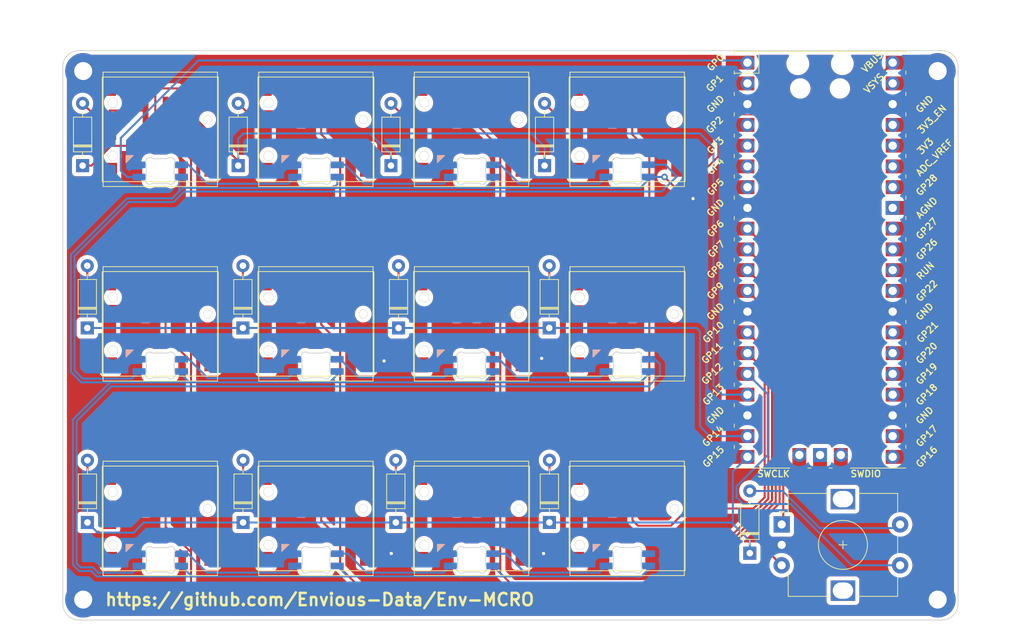
<source format=kicad_pcb>
(kicad_pcb (version 20211014) (generator pcbnew)
  (layers (0 "F.Cu" signal) (31 "B.Cu" signal) (34 "B.Paste" user) (35 "F.Paste" user) (36 "B.SilkS" user "B.Silkscreen") (37 "F.SilkS" user "F.Silkscreen") (38 "B.Mask" user) (39 "F.Mask" user) (44 "Edge.Cuts" user))
  (net 0 "")
  (net 1 "col0")
  (net 2 "col1")
  (net 3 "col2")
  (net 4 "col3")
  (net 5 "row0")
  (net 6 "row1")
  (net 7 "row2")
  (net 8 "Net-(D_0-Pad2)")
  (net 9 "Net-(D_1-Pad2)")
  (net 10 "Net-(D_2-Pad2)")
  (net 11 "Net-(D_3-Pad2)")
  (net 12 "Net-(D_4-Pad2)")
  (net 13 "Net-(D_5-Pad2)")
  (net 14 "Net-(D_6-Pad2)")
  (net 15 "Net-(D_7-Pad2)")
  (net 16 "Net-(D_8-Pad2)")
  (net 17 "Net-(D_9-Pad2)")
  (net 18 "Net-(D_10-Pad2)")
  (net 19 "Net-(D_11-Pad2)")
  (net 36 "GND")
  (net 37 "LEDDINPIN")
  (net 38 "VBUS")
  (net 39 "Net-(D10-Pad2)")
  (net 40 "Net-(D10-Pad4)")
  (net 41 "Net-(D1-Pad2)")
  (net 42 "Net-(D2-Pad2)")
  (net 43 "Net-(D3-Pad2)")
  (net 44 "Net-(D4-Pad2)")
  (net 45 "Net-(D5-Pad2)")
  (net 46 "Net-(D6-Pad2)")
  (net 47 "Net-(D7-Pad2)")
  (net 48 "Net-(D8-Pad2)")
  (net 49 "Net-(D11-Pad2)")
  (net 51 "Net-(D_14-Pad2)")
  (net 52 "col4")
  (net 53 "ROTB")
  (net 54 "ROTA")
  (footprint "Diode_THT:D_DO-35_SOD27_P7.62mm_Horizontal" (layer "F.Cu") (at 104.5 72.75 90)
    (fp_text reference "D_6")
    (fp_text value "D")
  )
  (footprint "Diode_THT:D_DO-35_SOD27_P7.62mm_Horizontal" (layer "F.Cu") (at 65.825 52.875 90)
    (fp_text reference "D_0")
    (fp_text value "D")
  )
  (footprint "mx_ulp:Cherry_MX_ULP" (layer "F.Cu") (at 75.335 48.435 180)
    (fp_text reference "K_0")
    (fp_text value "KEYSW")
    (fp_circle (center 5.8 -3.26) (end 6.4 -3.26) (layer "Edge.Cuts") (width 0.05) (fill none))
    (fp_circle (center 5.8 3.26) (end 6.4 3.26) (layer "Edge.Cuts") (width 0.05) (fill none))
    (fp_circle (center -5.8 1.2) (end -5.275 1.2) (layer "Edge.Cuts") (width 0.05) (fill none))
  )
  (footprint "Diode_THT:D_DO-35_SOD27_P7.62mm_Horizontal" (layer "F.Cu") (at 122.95 72.75 90)
    (fp_text reference "D_7")
    (fp_text value "D")
  )
  (footprint "MountingHole:MountingHole_2.2mm_M2_Pad" (layer "F.Cu") (at 170.5 41.3)
    (fp_text reference "H1")
    (fp_text value "MountingHole")
  )
  (footprint "MountingHole:MountingHole_2.2mm_M2_Pad" (layer "F.Cu") (at 170.5 106)
    (fp_text reference "H4")
    (fp_text value "MountingHole")
  )
  (footprint "MountingHole:MountingHole_2.2mm_M2_Pad" (layer "F.Cu") (at 65.9 41.3)
    (fp_text reference "H3")
    (fp_text value "MountingHole")
  )
  (footprint "MountingHole:MountingHole_2.2mm_M2_Pad" (layer "F.Cu") (at 65.9 106)
    (fp_text reference "H2")
    (fp_text value "MountingHole")
  )
  (footprint "MCU_RaspberryPi_and_Boards:RPi_Pico_SMD_TH" (layer "F.Cu") (at 156.1 64.4)
    (fp_text reference "U1")
    (fp_text value "Pico")
  )
  (footprint "sk6812mini:MX_SK6812MINI-E_REV" (layer "F.Cu") (at 75.335 48.45)
    (fp_text reference "D1" hide)
    (fp_text value "SK6812MINI-E")
    (fp_line (start -0.794452 3.58) (end 0.794452 3.58) (layer "Edge.Cuts") (width 0.1))
    (fp_line (start 1.699999 4.377158) (end 1.699999 5.782842) (layer "Edge.Cuts") (width 0.1))
    (fp_line (start -1.699999 5.782842) (end -1.699999 4.377158) (layer "Edge.Cuts") (width 0.1))
    (fp_line (start 0.794452 6.579999) (end -0.794453 6.579999) (layer "Edge.Cuts") (width 0.1))
    (fp_arc (start -1.749484 4.16028) (mid -1.712527 4.265932) (end -1.699999 4.377158) (layer "Edge.Cuts") (width 0.1))
    (fp_arc (start -1.699999 5.782843) (mid -1.712527 5.894068) (end -1.749484 5.99972) (layer "Edge.Cuts") (width 0.1))
    (fp_arc (start -1.046711 6.648298) (mid -0.925123 6.597376) (end -0.794453 6.579999) (layer "Edge.Cuts") (width 0.1))
    (fp_arc (start 1.749484 5.99972) (mid 1.638072 6.584037) (end 1.046711 6.648299) (layer "Edge.Cuts") (width 0.1))
    (fp_arc (start 1.046711 3.511703) (mid 1.63807 3.575965) (end 1.749484 4.16028) (layer "Edge.Cuts") (width 0.1))
    (fp_arc (start 1.699999 4.377157) (mid 1.712528 4.265932) (end 1.749484 4.16028) (layer "Edge.Cuts") (width 0.1))
    (fp_arc (start 0.794453 6.58) (mid 0.925123 6.597377) (end 1.046711 6.648299) (layer "Edge.Cuts") (width 0.1))
    (fp_arc (start -0.794452 3.58) (mid -0.925123 3.562623) (end -1.046711 3.511701) (layer "Edge.Cuts") (width 0.1))
    (fp_arc (start 1.749484 5.99972) (mid 1.712519 5.894069) (end 1.699999 5.782842) (layer "Edge.Cuts") (width 0.1))
    (fp_arc (start -1.749484 4.160281) (mid -1.638072 3.575965) (end -1.046711 3.511701) (layer "Edge.Cuts") (width 0.1))
    (fp_arc (start -1.046711 6.648298) (mid -1.638071 6.584034) (end -1.749484 5.99972) (layer "Edge.Cuts") (width 0.1))
    (fp_arc (start 1.04671 3.511701) (mid 0.925122 3.562623) (end 0.794452 3.58) (layer "Edge.Cuts") (width 0.1))
  )
  (footprint "sk6812mini:MX_SK6812MINI-E_REV" (layer "F.Cu") (at 94.4 48.45)
    (fp_text reference "D2" hide)
    (fp_text value "SK6812MINI-E")
    (fp_line (start 0.794452 6.579999) (end -0.794453 6.579999) (layer "Edge.Cuts") (width 0.1))
    (fp_line (start 1.699999 4.377158) (end 1.699999 5.782842) (layer "Edge.Cuts") (width 0.1))
    (fp_line (start -0.794452 3.58) (end 0.794452 3.58) (layer "Edge.Cuts") (width 0.1))
    (fp_line (start -1.699999 5.782842) (end -1.699999 4.377158) (layer "Edge.Cuts") (width 0.1))
    (fp_arc (start -1.046711 6.648298) (mid -1.638071 6.584034) (end -1.749484 5.99972) (layer "Edge.Cuts") (width 0.1))
    (fp_arc (start -1.749484 4.160281) (mid -1.638072 3.575965) (end -1.046711 3.511701) (layer "Edge.Cuts") (width 0.1))
    (fp_arc (start -1.749484 4.16028) (mid -1.712527 4.265932) (end -1.699999 4.377158) (layer "Edge.Cuts") (width 0.1))
    (fp_arc (start 0.794453 6.58) (mid 0.925123 6.597377) (end 1.046711 6.648299) (layer "Edge.Cuts") (width 0.1))
    (fp_arc (start -1.699999 5.782843) (mid -1.712527 5.894068) (end -1.749484 5.99972) (layer "Edge.Cuts") (width 0.1))
    (fp_arc (start -1.046711 6.648298) (mid -0.925123 6.597376) (end -0.794453 6.579999) (layer "Edge.Cuts") (width 0.1))
    (fp_arc (start 1.699999 4.377157) (mid 1.712528 4.265932) (end 1.749484 4.16028) (layer "Edge.Cuts") (width 0.1))
    (fp_arc (start 1.046711 3.511703) (mid 1.63807 3.575965) (end 1.749484 4.16028) (layer "Edge.Cuts") (width 0.1))
    (fp_arc (start -0.794452 3.58) (mid -0.925123 3.562623) (end -1.046711 3.511701) (layer "Edge.Cuts") (width 0.1))
    (fp_arc (start 1.749484 5.99972) (mid 1.712519 5.894069) (end 1.699999 5.782842) (layer "Edge.Cuts") (width 0.1))
    (fp_arc (start 1.749484 5.99972) (mid 1.638072 6.584037) (end 1.046711 6.648299) (layer "Edge.Cuts") (width 0.1))
    (fp_arc (start 1.04671 3.511701) (mid 0.925122 3.562623) (end 0.794452 3.58) (layer "Edge.Cuts") (width 0.1))
  )
  (footprint "sk6812mini:MX_SK6812MINI-E_REV" (layer "F.Cu") (at 113.45 48.45)
    (fp_text reference "D3" hide)
    (fp_text value "SK6812MINI-E")
    (fp_line (start -1.699999 5.782842) (end -1.699999 4.377158) (layer "Edge.Cuts") (width 0.1))
    (fp_line (start -0.794452 3.58) (end 0.794452 3.58) (layer "Edge.Cuts") (width 0.1))
    (fp_line (start 0.794452 6.579999) (end -0.794453 6.579999) (layer "Edge.Cuts") (width 0.1))
    (fp_line (start 1.699999 4.377158) (end 1.699999 5.782842) (layer "Edge.Cuts") (width 0.1))
    (fp_arc (start 1.749484 5.99972) (mid 1.638072 6.584037) (end 1.046711 6.648299) (layer "Edge.Cuts") (width 0.1))
    (fp_arc (start 0.794453 6.58) (mid 0.925123 6.597377) (end 1.046711 6.648299) (layer "Edge.Cuts") (width 0.1))
    (fp_arc (start -1.699999 5.782843) (mid -1.712527 5.894068) (end -1.749484 5.99972) (layer "Edge.Cuts") (width 0.1))
    (fp_arc (start 1.046711 3.511703) (mid 1.63807 3.575965) (end 1.749484 4.16028) (layer "Edge.Cuts") (width 0.1))
    (fp_arc (start 1.04671 3.511701) (mid 0.925122 3.562623) (end 0.794452 3.58) (layer "Edge.Cuts") (width 0.1))
    (fp_arc (start -0.794452 3.58) (mid -0.925123 3.562623) (end -1.046711 3.511701) (layer "Edge.Cuts") (width 0.1))
    (fp_arc (start -1.046711 6.648298) (mid -0.925123 6.597376) (end -0.794453 6.579999) (layer "Edge.Cuts") (width 0.1))
    (fp_arc (start 1.749484 5.99972) (mid 1.712519 5.894069) (end 1.699999 5.782842) (layer "Edge.Cuts") (width 0.1))
    (fp_arc (start -1.749484 4.160281) (mid -1.638072 3.575965) (end -1.046711 3.511701) (layer "Edge.Cuts") (width 0.1))
    (fp_arc (start -1.046711 6.648298) (mid -1.638071 6.584034) (end -1.749484 5.99972) (layer "Edge.Cuts") (width 0.1))
    (fp_arc (start -1.749484 4.16028) (mid -1.712527 4.265932) (end -1.699999 4.377158) (layer "Edge.Cuts") (width 0.1))
    (fp_arc (start 1.699999 4.377157) (mid 1.712528 4.265932) (end 1.749484 4.16028) (layer "Edge.Cuts") (width 0.1))
  )
  (footprint "sk6812mini:MX_SK6812MINI-E_REV" (layer "F.Cu") (at 132.485 48.435)
    (fp_text reference "D4" hide)
    (fp_text value "SK6812MINI-E")
    (fp_line (start 1.699999 4.377158) (end 1.699999 5.782842) (layer "Edge.Cuts") (width 0.1))
    (fp_line (start 0.794452 6.579999) (end -0.794453 6.579999) (layer "Edge.Cuts") (width 0.1))
    (fp_line (start -1.699999 5.782842) (end -1.699999 4.377158) (layer "Edge.Cuts") (width 0.1))
    (fp_line (start -0.794452 3.58) (end 0.794452 3.58) (layer "Edge.Cuts") (width 0.1))
    (fp_arc (start -1.046711 6.648298) (mid -0.925123 6.597376) (end -0.794453 6.579999) (layer "Edge.Cuts") (width 0.1))
    (fp_arc (start 0.794453 6.58) (mid 0.925123 6.597377) (end 1.046711 6.648299) (layer "Edge.Cuts") (width 0.1))
    (fp_arc (start -0.794452 3.58) (mid -0.925123 3.562623) (end -1.046711 3.511701) (layer "Edge.Cuts") (width 0.1))
    (fp_arc (start -1.749484 4.16028) (mid -1.712527 4.265932) (end -1.699999 4.377158) (layer "Edge.Cuts") (width 0.1))
    (fp_arc (start -1.749484 4.160281) (mid -1.638072 3.575965) (end -1.046711 3.511701) (layer "Edge.Cuts") (width 0.1))
    (fp_arc (start 1.046711 3.511703) (mid 1.63807 3.575965) (end 1.749484 4.16028) (layer "Edge.Cuts") (width 0.1))
    (fp_arc (start -1.046711 6.648298) (mid -1.638071 6.584034) (end -1.749484 5.99972) (layer "Edge.Cuts") (width 0.1))
    (fp_arc (start 1.699999 4.377157) (mid 1.712528 4.265932) (end 1.749484 4.16028) (layer "Edge.Cuts") (width 0.1))
    (fp_arc (start -1.699999 5.782843) (mid -1.712527 5.894068) (end -1.749484 5.99972) (layer "Edge.Cuts") (width 0.1))
    (fp_arc (start 1.04671 3.511701) (mid 0.925122 3.562623) (end 0.794452 3.58) (layer "Edge.Cuts") (width 0.1))
    (fp_arc (start 1.749484 5.99972) (mid 1.638072 6.584037) (end 1.046711 6.648299) (layer "Edge.Cuts") (width 0.1))
    (fp_arc (start 1.749484 5.99972) (mid 1.712519 5.894069) (end 1.699999 5.782842) (layer "Edge.Cuts") (width 0.1))
  )
  (footprint "sk6812mini:MX_SK6812MINI-E_REV" (layer "F.Cu") (at 75.335 72.2475)
    (fp_text reference "D5" hide)
    (fp_text value "SK6812MINI-E")
    (fp_line (start -1.699999 5.782842) (end -1.699999 4.377158) (layer "Edge.Cuts") (width 0.1))
    (fp_line (start -0.794452 3.58) (end 0.794452 3.58) (layer "Edge.Cuts") (width 0.1))
    (fp_line (start 1.699999 4.377158) (end 1.699999 5.782842) (layer "Edge.Cuts") (width 0.1))
    (fp_line (start 0.794452 6.579999) (end -0.794453 6.579999) (layer "Edge.Cuts") (width 0.1))
    (fp_arc (start -1.749484 4.16028) (mid -1.712527 4.265932) (end -1.699999 4.377158) (layer "Edge.Cuts") (width 0.1))
    (fp_arc (start 1.749484 5.99972) (mid 1.638072 6.584037) (end 1.046711 6.648299) (layer "Edge.Cuts") (width 0.1))
    (fp_arc (start 0.794453 6.58) (mid 0.925123 6.597377) (end 1.046711 6.648299) (layer "Edge.Cuts") (width 0.1))
    (fp_arc (start 1.046711 3.511703) (mid 1.63807 3.575965) (end 1.749484 4.16028) (layer "Edge.Cuts") (width 0.1))
    (fp_arc (start -1.699999 5.782843) (mid -1.712527 5.894068) (end -1.749484 5.99972) (layer "Edge.Cuts") (width 0.1))
    (fp_arc (start 1.699999 4.377157) (mid 1.712528 4.265932) (end 1.749484 4.16028) (layer "Edge.Cuts") (width 0.1))
    (fp_arc (start -1.749484 4.160281) (mid -1.638072 3.575965) (end -1.046711 3.511701) (layer "Edge.Cuts") (width 0.1))
    (fp_arc (start -0.794452 3.58) (mid -0.925123 3.562623) (end -1.046711 3.511701) (layer "Edge.Cuts") (width 0.1))
    (fp_arc (start 1.749484 5.99972) (mid 1.712519 5.894069) (end 1.699999 5.782842) (layer "Edge.Cuts") (width 0.1))
    (fp_arc (start 1.04671 3.511701) (mid 0.925122 3.562623) (end 0.794452 3.58) (layer "Edge.Cuts") (width 0.1))
    (fp_arc (start -1.046711 6.648298) (mid -0.925123 6.597376) (end -0.794453 6.579999) (layer "Edge.Cuts") (width 0.1))
    (fp_arc (start -1.046711 6.648298) (mid -1.638071 6.584034) (end -1.749484 5.99972) (layer "Edge.Cuts") (width 0.1))
  )
  (footprint "sk6812mini:MX_SK6812MINI-E_REV" (layer "F.Cu") (at 94.385 72.2475)
    (fp_text reference "D6" hide)
    (fp_text value "SK6812MINI-E")
    (fp_line (start 1.699999 4.377158) (end 1.699999 5.782842) (layer "Edge.Cuts") (width 0.1))
    (fp_line (start -1.699999 5.782842) (end -1.699999 4.377158) (layer "Edge.Cuts") (width 0.1))
    (fp_line (start 0.794452 6.579999) (end -0.794453 6.579999) (layer "Edge.Cuts") (width 0.1))
    (fp_line (start -0.794452 3.58) (end 0.794452 3.58) (layer "Edge.Cuts") (width 0.1))
    (fp_arc (start -1.699999 5.782843) (mid -1.712527 5.894068) (end -1.749484 5.99972) (layer "Edge.Cuts") (width 0.1))
    (fp_arc (start -1.749484 4.160281) (mid -1.638072 3.575965) (end -1.046711 3.511701) (layer "Edge.Cuts") (width 0.1))
    (fp_arc (start -1.046711 6.648298) (mid -0.925123 6.597376) (end -0.794453 6.579999) (layer "Edge.Cuts") (width 0.1))
    (fp_arc (start 1.04671 3.511701) (mid 0.925122 3.562623) (end 0.794452 3.58) (layer "Edge.Cuts") (width 0.1))
    (fp_arc (start 1.749484 5.99972) (mid 1.638072 6.584037) (end 1.046711 6.648299) (layer "Edge.Cuts") (width 0.1))
    (fp_arc (start -1.749484 4.16028) (mid -1.712527 4.265932) (end -1.699999 4.377158) (layer "Edge.Cuts") (width 0.1))
    (fp_arc (start 0.794453 6.58) (mid 0.925123 6.597377) (end 1.046711 6.648299) (layer "Edge.Cuts") (width 0.1))
    (fp_arc (start -1.046711 6.648298) (mid -1.638071 6.584034) (end -1.749484 5.99972) (layer "Edge.Cuts") (width 0.1))
    (fp_arc (start -0.794452 3.58) (mid -0.925123 3.562623) (end -1.046711 3.511701) (layer "Edge.Cuts") (width 0.1))
    (fp_arc (start 1.699999 4.377157) (mid 1.712528 4.265932) (end 1.749484 4.16028) (layer "Edge.Cuts") (width 0.1))
    (fp_arc (start 1.749484 5.99972) (mid 1.712519 5.894069) (end 1.699999 5.782842) (layer "Edge.Cuts") (width 0.1))
    (fp_arc (start 1.046711 3.511703) (mid 1.63807 3.575965) (end 1.749484 4.16028) (layer "Edge.Cuts") (width 0.1))
  )
  (footprint "sk6812mini:MX_SK6812MINI-E_REV" (layer "F.Cu") (at 113.435 72.2475)
    (fp_text reference "D7" hide)
    (fp_text value "SK6812MINI-E")
    (fp_line (start 1.699999 4.377158) (end 1.699999 5.782842) (layer "Edge.Cuts") (width 0.1))
    (fp_line (start -0.794452 3.58) (end 0.794452 3.58) (layer "Edge.Cuts") (width 0.1))
    (fp_line (start -1.699999 5.782842) (end -1.699999 4.377158) (layer "Edge.Cuts") (width 0.1))
    (fp_line (start 0.794452 6.579999) (end -0.794453 6.579999) (layer "Edge.Cuts") (width 0.1))
    (fp_arc (start -1.046711 6.648298) (mid -0.925123 6.597376) (end -0.794453 6.579999) (layer "Edge.Cuts") (width 0.1))
    (fp_arc (start 0.794453 6.58) (mid 0.925123 6.597377) (end 1.046711 6.648299) (layer "Edge.Cuts") (width 0.1))
    (fp_arc (start -1.046711 6.648298) (mid -1.638071 6.584034) (end -1.749484 5.99972) (layer "Edge.Cuts") (width 0.1))
    (fp_arc (start 1.749484 5.99972) (mid 1.712519 5.894069) (end 1.699999 5.782842) (layer "Edge.Cuts") (width 0.1))
    (fp_arc (start 1.04671 3.511701) (mid 0.925122 3.562623) (end 0.794452 3.58) (layer "Edge.Cuts") (width 0.1))
    (fp_arc (start -1.749484 4.160281) (mid -1.638072 3.575965) (end -1.046711 3.511701) (layer "Edge.Cuts") (width 0.1))
    (fp_arc (start -1.699999 5.782843) (mid -1.712527 5.894068) (end -1.749484 5.99972) (layer "Edge.Cuts") (width 0.1))
    (fp_arc (start 1.046711 3.511703) (mid 1.63807 3.575965) (end 1.749484 4.16028) (layer "Edge.Cuts") (width 0.1))
    (fp_arc (start 1.699999 4.377157) (mid 1.712528 4.265932) (end 1.749484 4.16028) (layer "Edge.Cuts") (width 0.1))
    (fp_arc (start -0.794452 3.58) (mid -0.925123 3.562623) (end -1.046711 3.511701) (layer "Edge.Cuts") (width 0.1))
    (fp_arc (start -1.749484 4.16028) (mid -1.712527 4.265932) (end -1.699999 4.377158) (layer "Edge.Cuts") (width 0.1))
    (fp_arc (start 1.749484 5.99972) (mid 1.638072 6.584037) (end 1.046711 6.648299) (layer "Edge.Cuts") (width 0.1))
  )
  (footprint "sk6812mini:MX_SK6812MINI-E_REV" (layer "F.Cu") (at 132.5 72.25)
    (fp_text reference "D8" hide)
    (fp_text value "SK6812MINI-E")
    (fp_line (start 1.699999 4.377158) (end 1.699999 5.782842) (layer "Edge.Cuts") (width 0.1))
    (fp_line (start -0.794452 3.58) (end 0.794452 3.58) (layer "Edge.Cuts") (width 0.1))
    (fp_line (start 0.794452 6.579999) (end -0.794453 6.579999) (layer "Edge.Cuts") (width 0.1))
    (fp_line (start -1.699999 5.782842) (end -1.699999 4.377158) (layer "Edge.Cuts") (width 0.1))
    (fp_arc (start -1.749484 4.16028) (mid -1.712527 4.265932) (end -1.699999 4.377158) (layer "Edge.Cuts") (width 0.1))
    (fp_arc (start -1.699999 5.782843) (mid -1.712527 5.894068) (end -1.749484 5.99972) (layer "Edge.Cuts") (width 0.1))
    (fp_arc (start -1.046711 6.648298) (mid -1.638071 6.584034) (end -1.749484 5.99972) (layer "Edge.Cuts") (width 0.1))
    (fp_arc (start 1.699999 4.377157) (mid 1.712528 4.265932) (end 1.749484 4.16028) (layer "Edge.Cuts") (width 0.1))
    (fp_arc (start 1.046711 3.511703) (mid 1.63807 3.575965) (end 1.749484 4.16028) (layer "Edge.Cuts") (width 0.1))
    (fp_arc (start -0.794452 3.58) (mid -0.925123 3.562623) (end -1.046711 3.511701) (layer "Edge.Cuts") (width 0.1))
    (fp_arc (start 1.749484 5.99972) (mid 1.638072 6.584037) (end 1.046711 6.648299) (layer "Edge.Cuts") (width 0.1))
    (fp_arc (start 1.749484 5.99972) (mid 1.712519 5.894069) (end 1.699999 5.782842) (layer "Edge.Cuts") (width 0.1))
    (fp_arc (start 0.794453 6.58) (mid 0.925123 6.597377) (end 1.046711 6.648299) (layer "Edge.Cuts") (width 0.1))
    (fp_arc (start 1.04671 3.511701) (mid 0.925122 3.562623) (end 0.794452 3.58) (layer "Edge.Cuts") (width 0.1))
    (fp_arc (start -1.046711 6.648298) (mid -0.925123 6.597376) (end -0.794453 6.579999) (layer "Edge.Cuts") (width 0.1))
    (fp_arc (start -1.749484 4.160281) (mid -1.638072 3.575965) (end -1.046711 3.511701) (layer "Edge.Cuts") (width 0.1))
  )
  (footprint "sk6812mini:MX_SK6812MINI-E_REV" (layer "F.Cu") (at 75.335 96.06)
    (fp_text reference "D9" hide)
    (fp_text value "SK6812MINI-E")
    (fp_line (start -1.699999 5.782842) (end -1.699999 4.377158) (layer "Edge.Cuts") (width 0.1))
    (fp_line (start -0.794452 3.58) (end 0.794452 3.58) (layer "Edge.Cuts") (width 0.1))
    (fp_line (start 1.699999 4.377158) (end 1.699999 5.782842) (layer "Edge.Cuts") (width 0.1))
    (fp_line (start 0.794452 6.579999) (end -0.794453 6.579999) (layer "Edge.Cuts") (width 0.1))
    (fp_arc (start 1.749484 5.99972) (mid 1.712519 5.894069) (end 1.699999 5.782842) (layer "Edge.Cuts") (width 0.1))
    (fp_arc (start -0.794452 3.58) (mid -0.925123 3.562623) (end -1.046711 3.511701) (layer "Edge.Cuts") (width 0.1))
    (fp_arc (start 1.04671 3.511701) (mid 0.925122 3.562623) (end 0.794452 3.58) (layer "Edge.Cuts") (width 0.1))
    (fp_arc (start -1.046711 6.648298) (mid -1.638071 6.584034) (end -1.749484 5.99972) (layer "Edge.Cuts") (width 0.1))
    (fp_arc (start 1.046711 3.511703) (mid 1.63807 3.575965) (end 1.749484 4.16028) (layer "Edge.Cuts") (width 0.1))
    (fp_arc (start -1.046711 6.648298) (mid -0.925123 6.597376) (end -0.794453 6.579999) (layer "Edge.Cuts") (width 0.1))
    (fp_arc (start 1.749484 5.99972) (mid 1.638072 6.584037) (end 1.046711 6.648299) (layer "Edge.Cuts") (width 0.1))
    (fp_arc (start -1.749484 4.16028) (mid -1.712527 4.265932) (end -1.699999 4.377158) (layer "Edge.Cuts") (width 0.1))
    (fp_arc (start -1.699999 5.782843) (mid -1.712527 5.894068) (end -1.749484 5.99972) (layer "Edge.Cuts") (width 0.1))
    (fp_arc (start 0.794453 6.58) (mid 0.925123 6.597377) (end 1.046711 6.648299) (layer "Edge.Cuts") (width 0.1))
    (fp_arc (start 1.699999 4.377157) (mid 1.712528 4.265932) (end 1.749484 4.16028) (layer "Edge.Cuts") (width 0.1))
    (fp_arc (start -1.749484 4.160281) (mid -1.638072 3.575965) (end -1.046711 3.511701) (layer "Edge.Cuts") (width 0.1))
  )
  (footprint "sk6812mini:MX_SK6812MINI-E_REV" (layer "F.Cu") (at 94.4 96.05)
    (fp_text reference "D10" hide)
    (fp_text value "SK6812MINI-E")
    (fp_line (start -0.794452 3.58) (end 0.794452 3.58) (layer "Edge.Cuts") (width 0.1))
    (fp_line (start -1.699999 5.782842) (end -1.699999 4.377158) (layer "Edge.Cuts") (width 0.1))
    (fp_line (start 0.794452 6.579999) (end -0.794453 6.579999) (layer "Edge.Cuts") (width 0.1))
    (fp_line (start 1.699999 4.377158) (end 1.699999 5.782842) (layer "Edge.Cuts") (width 0.1))
    (fp_arc (start 1.04671 3.511701) (mid 0.925122 3.562623) (end 0.794452 3.58) (layer "Edge.Cuts") (width 0.1))
    (fp_arc (start 0.794453 6.58) (mid 0.925123 6.597377) (end 1.046711 6.648299) (layer "Edge.Cuts") (width 0.1))
    (fp_arc (start -1.046711 6.648298) (mid -0.925123 6.597376) (end -0.794453 6.579999) (layer "Edge.Cuts") (width 0.1))
    (fp_arc (start 1.749484 5.99972) (mid 1.638072 6.584037) (end 1.046711 6.648299) (layer "Edge.Cuts") (width 0.1))
    (fp_arc (start -1.699999 5.782843) (mid -1.712527 5.894068) (end -1.749484 5.99972) (layer "Edge.Cuts") (width 0.1))
    (fp_arc (start 1.749484 5.99972) (mid 1.712519 5.894069) (end 1.699999 5.782842) (layer "Edge.Cuts") (width 0.1))
    (fp_arc (start -0.794452 3.58) (mid -0.925123 3.562623) (end -1.046711 3.511701) (layer "Edge.Cuts") (width 0.1))
    (fp_arc (start -1.749484 4.160281) (mid -1.638072 3.575965) (end -1.046711 3.511701) (layer "Edge.Cuts") (width 0.1))
    (fp_arc (start -1.749484 4.16028) (mid -1.712527 4.265932) (end -1.699999 4.377158) (layer "Edge.Cuts") (width 0.1))
    (fp_arc (start -1.046711 6.648298) (mid -1.638071 6.584034) (end -1.749484 5.99972) (layer "Edge.Cuts") (width 0.1))
    (fp_arc (start 1.699999 4.377157) (mid 1.712528 4.265932) (end 1.749484 4.16028) (layer "Edge.Cuts") (width 0.1))
    (fp_arc (start 1.046711 3.511703) (mid 1.63807 3.575965) (end 1.749484 4.16028) (layer "Edge.Cuts") (width 0.1))
  )
  (footprint "sk6812mini:MX_SK6812MINI-E_REV" (layer "F.Cu") (at 113.45 96.05)
    (fp_text reference "D11" hide)
    (fp_text value "SK6812MINI-E")
    (fp_line (start -0.794452 3.58) (end 0.794452 3.58) (layer "Edge.Cuts") (width 0.1))
    (fp_line (start 0.794452 6.579999) (end -0.794453 6.579999) (layer "Edge.Cuts") (width 0.1))
    (fp_line (start 1.699999 4.377158) (end 1.699999 5.782842) (layer "Edge.Cuts") (width 0.1))
    (fp_line (start -1.699999 5.782842) (end -1.699999 4.377158) (layer "Edge.Cuts") (width 0.1))
    (fp_arc (start 1.046711 3.511703) (mid 1.63807 3.575965) (end 1.749484 4.16028) (layer "Edge.Cuts") (width 0.1))
    (fp_arc (start 1.04671 3.511701) (mid 0.925122 3.562623) (end 0.794452 3.58) (layer "Edge.Cuts") (width 0.1))
    (fp_arc (start 1.699999 4.377157) (mid 1.712528 4.265932) (end 1.749484 4.16028) (layer "Edge.Cuts") (width 0.1))
    (fp_arc (start 1.749484 5.99972) (mid 1.638072 6.584037) (end 1.046711 6.648299) (layer "Edge.Cuts") (width 0.1))
    (fp_arc (start 1.749484 5.99972) (mid 1.712519 5.894069) (end 1.699999 5.782842) (layer "Edge.Cuts") (width 0.1))
    (fp_arc (start 0.794453 6.58) (mid 0.925123 6.597377) (end 1.046711 6.648299) (layer "Edge.Cuts") (width 0.1))
    (fp_arc (start -1.046711 6.648298) (mid -0.925123 6.597376) (end -0.794453 6.579999) (layer "Edge.Cuts") (width 0.1))
    (fp_arc (start -1.699999 5.782843) (mid -1.712527 5.894068) (end -1.749484 5.99972) (layer "Edge.Cuts") (width 0.1))
    (fp_arc (start -1.749484 4.160281) (mid -1.638072 3.575965) (end -1.046711 3.511701) (layer "Edge.Cuts") (width 0.1))
    (fp_arc (start -0.794452 3.58) (mid -0.925123 3.562623) (end -1.046711 3.511701) (layer "Edge.Cuts") (width 0.1))
    (fp_arc (start -1.749484 4.16028) (mid -1.712527 4.265932) (end -1.699999 4.377158) (layer "Edge.Cuts") (width 0.1))
    (fp_arc (start -1.046711 6.648298) (mid -1.638071 6.584034) (end -1.749484 5.99972) (layer "Edge.Cuts") (width 0.1))
  )
  (footprint "sk6812mini:MX_SK6812MINI-E_REV" (layer "F.Cu") (at 132.5 96.05)
    (fp_text reference "D12" hide)
    (fp_text value "SK6812MINI-E")
    (fp_line (start 1.699999 4.377158) (end 1.699999 5.782842) (layer "Edge.Cuts") (width 0.1))
    (fp_line (start 0.794452 6.579999) (end -0.794453 6.579999) (layer "Edge.Cuts") (width 0.1))
    (fp_line (start -1.699999 5.782842) (end -1.699999 4.377158) (layer "Edge.Cuts") (width 0.1))
    (fp_line (start -0.794452 3.58) (end 0.794452 3.58) (layer "Edge.Cuts") (width 0.1))
    (fp_arc (start -1.046711 6.648298) (mid -0.925123 6.597376) (end -0.794453 6.579999) (layer "Edge.Cuts") (width 0.1))
    (fp_arc (start 0.794453 6.58) (mid 0.925123 6.597377) (end 1.046711 6.648299) (layer "Edge.Cuts") (width 0.1))
    (fp_arc (start -1.046711 6.648298) (mid -1.638071 6.584034) (end -1.749484 5.99972) (layer "Edge.Cuts") (width 0.1))
    (fp_arc (start 1.749484 5.99972) (mid 1.638072 6.584037) (end 1.046711 6.648299) (layer "Edge.Cuts") (width 0.1))
    (fp_arc (start 1.04671 3.511701) (mid 0.925122 3.562623) (end 0.794452 3.58) (layer "Edge.Cuts") (width 0.1))
    (fp_arc (start -1.749484 4.160281) (mid -1.638072 3.575965) (end -1.046711 3.511701) (layer "Edge.Cuts") (width 0.1))
    (fp_arc (start -1.699999 5.782843) (mid -1.712527 5.894068) (end -1.749484 5.99972) (layer "Edge.Cuts") (width 0.1))
    (fp_arc (start 1.699999 4.377157) (mid 1.712528 4.265932) (end 1.749484 4.16028) (layer "Edge.Cuts") (width 0.1))
    (fp_arc (start -0.794452 3.58) (mid -0.925123 3.562623) (end -1.046711 3.511701) (layer "Edge.Cuts") (width 0.1))
    (fp_arc (start 1.749484 5.99972) (mid 1.712519 5.894069) (end 1.699999 5.782842) (layer "Edge.Cuts") (width 0.1))
    (fp_arc (start 1.046711 3.511703) (mid 1.63807 3.575965) (end 1.749484 4.16028) (layer "Edge.Cuts") (width 0.1))
    (fp_arc (start -1.749484 4.16028) (mid -1.712527 4.265932) (end -1.699999 4.377158) (layer "Edge.Cuts") (width 0.1))
  )
  (footprint "Rotary_Encoder:RotaryEncoder_Alps_EC12E-Switch_Vertical_H20mm" (layer "F.Cu") (at 151.4 96.8)
    (fp_text reference "SW1")
    (fp_text value "Rotary_Encoder_Switch")
  )
  (footprint "Diode_THT:D_DO-35_SOD27_P7.62mm_Horizontal" (layer "F.Cu") (at 147.5 100.32 90)
    (fp_text reference "D_14")
    (fp_text value "D")
  )
  (footprint "mx_ulp:Cherry_MX_ULP" (layer "F.Cu") (at 94.385 48.435 180)
    (fp_text reference "K_1")
    (fp_text value "KEYSW")
    (fp_circle (center 5.8 -3.26) (end 6.4 -3.26) (layer "Edge.Cuts") (width 0.05) (fill none))
    (fp_circle (center -5.8 1.2) (end -5.275 1.2) (layer "Edge.Cuts") (width 0.05) (fill none))
    (fp_circle (center 5.8 3.26) (end 6.4 3.26) (layer "Edge.Cuts") (width 0.05) (fill none))
  )
  (footprint "Diode_THT:D_DO-35_SOD27_P7.62mm_Horizontal" (layer "F.Cu") (at 122.375 52.875 90)
    (fp_text reference "D_3")
    (fp_text value "D")
  )
  (footprint "Diode_THT:D_DO-35_SOD27_P7.62mm_Horizontal" (layer "F.Cu") (at 104.17 96.56 90)
    (fp_text reference "D_10")
    (fp_text value "D")
  )
  (footprint "mx_ulp:Cherry_MX_ULP" (layer "F.Cu") (at 94.385 72.2475 180)
    (fp_text reference "K_5")
    (fp_text value "KEYSW")
    (fp_circle (center 5.8 -3.26) (end 6.4 -3.26) (layer "Edge.Cuts") (width 0.05) (fill none))
    (fp_circle (center -5.8 1.2) (end -5.275 1.2) (layer "Edge.Cuts") (width 0.05) (fill none))
    (fp_circle (center 5.8 3.26) (end 6.4 3.26) (layer "Edge.Cuts") (width 0.05) (fill none))
  )
  (footprint "Diode_THT:D_DO-35_SOD27_P7.62mm_Horizontal" (layer "F.Cu") (at 66.4 72.75 90)
    (fp_text reference "D_4")
    (fp_text value "D")
  )
  (footprint "Diode_THT:D_DO-35_SOD27_P7.62mm_Horizontal" (layer "F.Cu") (at 66.42 96.56 90)
    (fp_text reference "D_8")
    (fp_text value "D")
  )
  (footprint "Diode_THT:D_DO-35_SOD27_P7.62mm_Horizontal" (layer "F.Cu") (at 85.45 72.75 90)
    (fp_text reference "D_5")
    (fp_text value "D")
  )
  (footprint "mx_ulp:Cherry_MX_ULP" (layer "F.Cu") (at 94.385 96.06 180)
    (fp_text reference "K_9")
    (fp_text value "KEYSW")
    (fp_circle (center 5.8 3.26) (end 6.4 3.26) (layer "Edge.Cuts") (width 0.05) (fill none))
    (fp_circle (center 5.8 -3.26) (end 6.4 -3.26) (layer "Edge.Cuts") (width 0.05) (fill none))
    (fp_circle (center -5.8 1.2) (end -5.275 1.2) (layer "Edge.Cuts") (width 0.05) (fill none))
  )
  (footprint "mx_ulp:Cherry_MX_ULP" (layer "F.Cu") (at 75.335 96.06 180)
    (fp_text reference "K_8")
    (fp_text value "KEYSW")
    (fp_circle (center -5.8 1.2) (end -5.275 1.2) (layer "Edge.Cuts") (width 0.05) (fill none))
    (fp_circle (center 5.8 3.26) (end 6.4 3.26) (layer "Edge.Cuts") (width 0.05) (fill none))
    (fp_circle (center 5.8 -3.26) (end 6.4 -3.26) (layer "Edge.Cuts") (width 0.05) (fill none))
  )
  (footprint "Diode_THT:D_DO-35_SOD27_P7.62mm_Horizontal" (layer "F.Cu") (at 103.575 52.875 90)
    (fp_text reference "D_2")
    (fp_text value "D")
  )
  (footprint "Diode_THT:D_DO-35_SOD27_P7.62mm_Horizontal" (layer "F.Cu") (at 84.875 52.875 90)
    (fp_text reference "D_1")
    (fp_text value "D")
  )
  (footprint "mx_ulp:Cherry_MX_ULP" (layer "F.Cu") (at 132.485 96.06 180)
    (fp_text reference "K_11")
    (fp_text value "KEYSW")
    (fp_circle (center -5.8 1.2) (end -5.275 1.2) (layer "Edge.Cuts") (width 0.05) (fill none))
    (fp_circle (center 5.8 3.26) (end 6.4 3.26) (layer "Edge.Cuts") (width 0.05) (fill none))
    (fp_circle (center 5.8 -3.26) (end 6.4 -3.26) (layer "Edge.Cuts") (width 0.05) (fill none))
  )
  (footprint "mx_ulp:Cherry_MX_ULP" (layer "F.Cu") (at 113.435 72.2475 180)
    (fp_text reference "K_6")
    (fp_text value "KEYSW")
    (fp_circle (center -5.8 1.2) (end -5.275 1.2) (layer "Edge.Cuts") (width 0.05) (fill none))
    (fp_circle (center 5.8 -3.26) (end 6.4 -3.26) (layer "Edge.Cuts") (width 0.05) (fill none))
    (fp_circle (center 5.8 3.26) (end 6.4 3.26) (layer "Edge.Cuts") (width 0.05) (fill none))
  )
  (footprint "mx_ulp:Cherry_MX_ULP" (layer "F.Cu") (at 75.335 72.2475 180)
    (fp_text reference "K_4")
    (fp_text value "KEYSW")
    (fp_circle (center 5.8 -3.26) (end 6.4 -3.26) (layer "Edge.Cuts") (width 0.05) (fill none))
    (fp_circle (center -5.8 1.2) (end -5.275 1.2) (layer "Edge.Cuts") (width 0.05) (fill none))
    (fp_circle (center 5.8 3.26) (end 6.4 3.26) (layer "Edge.Cuts") (width 0.05) (fill none))
  )
  (footprint "kibuzzard-63CB16AC" (layer "F.Cu") (at 156.1 56)
    (fp_text reference "kibuzzard-63CB16AC" hide)
    (fp_text value "G***" hide)
  )
  (footprint "mx_ulp:Cherry_MX_ULP" (layer "F.Cu") (at 113.435 96.06 180)
    (fp_text reference "K_10")
    (fp_text value "KEYSW")
    (fp_circle (center -5.8 1.2) (end -5.275 1.2) (layer "Edge.Cuts") (width 0.05) (fill none))
    (fp_circle (center 5.8 -3.26) (end 6.4 -3.26) (layer "Edge.Cuts") (width 0.05) (fill none))
    (fp_circle (center 5.8 3.26) (end 6.4 3.26) (layer "Edge.Cuts") (width 0.05) (fill none))
  )
  (footprint "mx_ulp:Cherry_MX_ULP" (layer "F.Cu") (at 132.485 48.435 180)
    (fp_text reference "K_3")
    (fp_text value "KEYSW")
    (fp_circle (center 5.8 3.26) (end 6.4 3.26) (layer "Edge.Cuts") (width 0.05) (fill none))
    (fp_circle (center -5.8 1.2) (end -5.275 1.2) (layer "Edge.Cuts") (width 0.05) (fill none))
    (fp_circle (center 5.8 -3.26) (end 6.4 -3.26) (layer "Edge.Cuts") (width 0.05) (fill none))
  )
  (footprint "Diode_THT:D_DO-35_SOD27_P7.62mm_Horizontal" (layer "F.Cu") (at 85.47 96.56 90)
    (fp_text reference "D_9")
    (fp_text value "D")
  )
  (footprint "mx_ulp:Cherry_MX_ULP" (layer "F.Cu") (at 113.435 48.435 180)
    (fp_text reference "K_2")
    (fp_text value "KEYSW")
    (fp_circle (center 5.8 3.26) (end 6.4 3.26) (layer "Edge.Cuts") (width 0.05) (fill none))
    (fp_circle (center 5.8 -3.26) (end 6.4 -3.26) (layer "Edge.Cuts") (width 0.05) (fill none))
    (fp_circle (center -5.8 1.2) (end -5.275 1.2) (layer "Edge.Cuts") (width 0.05) (fill none))
  )
  (footprint "Diode_THT:D_DO-35_SOD27_P7.62mm_Horizontal" (layer "F.Cu") (at 122.97 96.56 90)
    (fp_text reference "D_11")
    (fp_text value "D")
  )
  (footprint "mx_ulp:Cherry_MX_ULP" (layer "F.Cu") (at 132.485 72.2475 180)
    (fp_text reference "K_7")
    (fp_text value "KEYSW")
    (fp_circle (center -5.8 1.2) (end -5.275 1.2) (layer "Edge.Cuts") (width 0.05) (fill none))
    (fp_circle (center 5.8 3.26) (end 6.4 3.26) (layer "Edge.Cuts") (width 0.05) (fill none))
    (fp_circle (center 5.8 -3.26) (end 6.4 -3.26) (layer "Edge.Cuts") (width 0.05) (fill none))
  )
  (footprint "kibuzzard-63CB16FA" (layer "F.Cu") (at 156.1 54.2)
    (fp_text reference "kibuzzard-63CB16FA" hide)
    (fp_text value "G***" hide)
  )
  (gr_line (start 139.4848 79.2479) (end 125.4855 79.2479) (layer "F.SilkS") (width 0.1))
  (gr_line (start 125.4855 65.2485) (end 139.4848 65.2485) (layer "F.SilkS") (width 0.1))
  (gr_line (start 82.335 65.2485) (end 82.335 79.2479) (layer "F.SilkS") (width 0.1))
  (gr_line (start 106.4355 79.2479) (end 106.4355 65.2485) (layer "F.SilkS") (width 0.1))
  (gr_line (start 87.3855 103.06037) (end 87.3855 89.0609) (layer "F.SilkS") (width 0.1))
  (gr_line (start 125.4855 41.436) (end 139.4848 41.436) (layer "F.SilkS") (width 0.1))
  (gr_line (start 139.4848 65.2485) (end 139.4848 79.2479) (layer "F.SilkS") (width 0.1))
  (gr_line (start 101.3848 41.436) (end 101.3848 55.4352) (layer "F.SilkS") (width 0.1))
  (gr_line (start 101.3848 65.2485) (end 101.3848 79.2479) (layer "F.SilkS") (width 0.1))
  (gr_line (start 87.3855 65.2485) (end 101.3848 65.2485) (layer "F.SilkS") (width 0.1))
  (gr_line (start 82.335 41.436) (end 82.335 55.4352) (layer "F.SilkS") (width 0.1))
  (gr_line (start 125.4855 79.2479) (end 125.4855 65.2485) (layer "F.SilkS") (width 0.1))
  (gr_line (start 120.4348 65.2485) (end 120.4348 79.2479) (layer "F.SilkS") (width 0.1))
  (gr_line (start 101.3848 103.06037) (end 87.3855 103.06037) (layer "F.SilkS") (width 0.1))
  (gr_line (start 139.4848 103.06037) (end 125.4855 103.06037) (layer "F.SilkS") (width 0.1))
  (gr_line (start 68.33545 65.2485) (end 82.335 65.2485) (layer "F.SilkS") (width 0.1))
  (gr_line (start 125.4855 89.0609) (end 139.4848 89.0609) (layer "F.SilkS") (width 0.1))
  (gr_line (start 120.4348 89.0609) (end 120.4348 103.06037) (layer "F.SilkS") (width 0.1))
  (gr_line (start 68.33545 41.436) (end 82.335 41.436) (layer "F.SilkS") (width 0.1))
  (gr_line (start 106.4355 41.436) (end 120.4348 41.436) (layer "F.SilkS") (width 0.1))
  (gr_line (start 87.3855 41.436) (end 101.3848 41.436) (layer "F.SilkS") (width 0.1))
  (gr_line (start 87.3855 89.0609) (end 101.3848 89.0609) (layer "F.SilkS") (width 0.1))
  (gr_line (start 120.4348 41.436) (end 120.4348 55.4352) (layer "F.SilkS") (width 0.1))
  (gr_line (start 82.335 55.4352) (end 68.33545 55.4352) (layer "F.SilkS") (width 0.1))
  (gr_line (start 106.4355 55.4352) (end 106.4355 41.436) (layer "F.SilkS") (width 0.1))
  (gr_line (start 139.4848 89.0609) (end 139.4848 103.06037) (layer "F.SilkS") (width 0.1))
  (gr_line (start 125.4855 55.4352) (end 125.4855 41.436) (layer "F.SilkS") (width 0.1))
  (gr_line (start 82.335 89.0609) (end 82.335 103.06037) (layer "F.SilkS") (width 0.1))
  (gr_line (start 106.4355 89.0609) (end 120.4348 89.0609) (layer "F.SilkS") (width 0.1))
  (gr_line (start 68.33545 79.2479) (end 68.33545 65.2485) (layer "F.SilkS") (width 0.1))
  (gr_line (start 101.3848 79.2479) (end 87.3855 79.2479) (layer "F.SilkS") (width 0.1))
  (gr_line (start 87.3855 79.2479) (end 87.3855 65.2485) (layer "F.SilkS") (width 0.1))
  (gr_line (start 82.335 79.2479) (end 68.33545 79.2479) (layer "F.SilkS") (width 0.1))
  (gr_line (start 101.3848 55.4352) (end 87.3855 55.4352) (layer "F.SilkS") (width 0.1))
  (gr_line (start 106.4355 103.06037) (end 106.4355 89.0609) (layer "F.SilkS") (width 0.1))
  (gr_line (start 120.4348 55.4352) (end 106.4355 55.4352) (layer "F.SilkS") (width 0.1))
  (gr_line (start 125.4855 103.06037) (end 125.4855 89.0609) (layer "F.SilkS") (width 0.1))
  (gr_line (start 82.335 103.06037) (end 68.33545 103.06037) (layer "F.SilkS") (width 0.1))
  (gr_line (start 101.3848 89.0609) (end 101.3848 103.06037) (layer "F.SilkS") (width 0.1))
  (gr_line (start 68.33545 103.06037) (end 68.33545 89.0609) (layer "F.SilkS") (width 0.1))
  (gr_line (start 139.4848 55.4352) (end 125.4855 55.4352) (layer "F.SilkS") (width 0.1))
  (gr_line (start 87.3855 55.4352) (end 87.3855 41.436) (layer "F.SilkS") (width 0.1))
  (gr_line (start 120.4348 79.2479) (end 106.4355 79.2479) (layer "F.SilkS") (width 0.1))
  (gr_line (start 139.4848 41.436) (end 139.4848 55.4352) (layer "F.SilkS") (width 0.1))
  (gr_line (start 68.33545 55.4352) (end 68.33545 41.436) (layer "F.SilkS") (width 0.1))
  (gr_line (start 106.4355 65.2485) (end 120.4348 65.2485) (layer "F.SilkS") (width 0.1))
  (gr_line (start 68.33545 89.0609) (end 82.335 89.0609) (layer "F.SilkS") (width 0.1))
  (gr_line (start 120.4348 103.06037) (end 106.4355 103.06037) (layer "F.SilkS") (width 0.1))
  (gr_line (start 63.4 40.8) (end 63.4 106.5) (layer "Edge.Cuts") (width 0.1))
  (gr_arc (start 171 38.8) (mid 172.414214 39.385786) (end 173 40.8) (layer "Edge.Cuts") (width 0.1))
  (gr_line (start 65.4 108.5) (end 171 108.5) (layer "Edge.Cuts") (width 0.1))
  (gr_line (start 173 106.5) (end 173 40.8) (layer "Edge.Cuts") (width 0.1))
  (gr_arc (start 63.4 40.8) (mid 63.985786 39.385786) (end 65.4 38.8) (layer "Edge.Cuts") (width 0.1))
  (gr_arc (start 173 106.5) (mid 172.414214 107.914214) (end 171 108.5) (layer "Edge.Cuts") (width 0.1))
  (gr_line (start 171 38.8) (end 65.4 38.8) (layer "Edge.Cuts") (width 0.1))
  (gr_arc (start 65.4 108.5) (mid 63.985786 107.914214) (end 63.4 106.5) (layer "Edge.Cuts") (width 0.1))
  (gr_text "https://github.com/Envious-Data/Env-MCRO" (at 68.448 106.00078) (layer "F.SilkS") (effects (font (size 1.5 1.5) (thickness 0.3)) (justify left)))
  (segment (start 75.985 73.735) (end 75.985 69.9475) (width 0.25) (layer "F.Cu") (net 1))
  (segment (start 75.985 48.985) (end 79.1 52.1) (width 0.25) (layer "F.Cu") (net 1))
  (segment (start 79.1 52.1) (end 79.1 77.25) (width 0.25) (layer "F.Cu") (net 1))
  (segment (start 79.1 76.85) (end 75.985 73.735) (width 0.25) (layer "F.Cu") (net 1))
  (segment (start 79.1 104.15) (end 80.1 105.15) (width 0.25) (layer "F.Cu") (net 1))
  (segment (start 80.1 105.15) (end 139.55 105.15) (width 0.25) (layer "F.Cu") (net 1))
  (segment (start 75.985 46.135) (end 75.985 48.985) (width 0.25) (layer "F.Cu") (net 1))
  (segment (start 150.67003 94.02997) (end 150.67003 69.13003) (width 0.25) (layer "F.Cu") (net 1))
  (segment (start 150.67003 69.13003) (end 147.21 65.67) (width 0.25) (layer "F.Cu") (net 1))
  (segment (start 139.55 105.15) (end 150.67003 94.02997) (width 0.25) (layer "F.Cu") (net 1))
  (segment (start 79.1 77.25) (end 79.1 76.85) (width 0.25) (layer "F.Cu") (net 1))
  (segment (start 79.1 100.2) (end 75.985 97.085) (width 0.25) (layer "F.Cu") (net 1))
  (segment (start 79.1 77.25) (end 79.1 102.3) (width 0.25) (layer "F.Cu") (net 1))
  (segment (start 75.985 97.085) (end 75.985 93.76) (width 0.25) (layer "F.Cu") (net 1))
  (segment (start 79.1 102.3) (end 79.1 104.15) (width 0.25) (layer "F.Cu") (net 1))
  (segment (start 79.1 102.3) (end 79.1 100.2) (width 0.25) (layer "F.Cu") (net 1))
  (segment (start 97.35 98.4) (end 97.35 75.3) (width 0.25) (layer "F.Cu") (net 2))
  (segment (start 96.375 97.675) (end 97.35 98.65) (width 0.25) (layer "F.Cu") (net 2))
  (segment (start 139.363592 104.7) (end 150.220019 93.843573) (width 0.25) (layer "F.Cu") (net 2))
  (segment (start 95.035 49.035) (end 95.035 46.135) (width 0.25) (layer "F.Cu") (net 2))
  (segment (start 95.035 96.335) (end 95.035 93.76) (width 0.25) (layer "F.Cu") (net 2))
  (segment (start 97.1 98.4) (end 96.375 97.675) (width 0.25) (layer "F.Cu") (net 2))
  (segment (start 95.035 96.335) (end 96.375 97.675) (width 0.25) (layer "F.Cu") (net 2))
  (segment (start 95.035 72.335) (end 97.35 74.65) (width 0.25) (layer "F.Cu") (net 2))
  (segment (start 99.95 104.7) (end 97.35 102.1) (width 0.25) (layer "F.Cu") (net 2))
  (segment (start 97.35 98.4) (end 97.1 98.4) (width 0.25) (layer "F.Cu") (net 2))
  (segment (start 150.220019 71.220019) (end 147.21 68.21) (width 0.25) (layer "F.Cu") (net 2))
  (segment (start 97.35 74.65) (end 97.35 75.3) (width 0.25) (layer "F.Cu") (net 2))
  (segment (start 139.363592 104.7) (end 99.95 104.7) (width 0.25) (layer "F.Cu") (net 2))
  (segment (start 97.35 102.1) (end 97.35 99.4) (width 0.25) (layer "F.Cu") (net 2))
  (segment (start 95.035 72.335) (end 95.035 69.9475) (width 0.25) (layer "F.Cu") (net 2))
  (segment (start 97.35 51.35) (end 95.035 49.035) (width 0.25) (layer "F.Cu") (net 2))
  (segment (start 97.35 75.3) (end 97.35 51.35) (width 0.25) (layer "F.Cu") (net 2))
  (segment (start 97.35 99.4) (end 97.35 98.4) (width 0.25) (layer "F.Cu") (net 2))
  (segment (start 97.35 98.65) (end 97.35 99.4) (width 0.25) (layer "F.Cu") (net 2))
  (segment (start 150.220019 93.843573) (end 150.220019 71.220019) (width 0.25) (layer "F.Cu") (net 2))
  (segment (start 149.770008 75.850008) (end 147.21 73.29) (width 0.25) (layer "F.Cu") (net 3))
  (segment (start 114.085 88.515) (end 114.085 93.76) (width 0.25) (layer "F.Cu") (net 3))
  (segment (start 114.085 65.965) (end 114.085 69.9475) (width 0.25) (layer "F.Cu") (net 3))
  (segment (start 116.95 63.1) (end 114.085 65.965) (width 0.25) (layer "F.Cu") (net 3))
  (segment (start 116.95 85.65) (end 114.085 88.515) (width 0.25) (layer "F.Cu") (net 3))
  (segment (start 116.95 62.55) (end 116.95 63.1) (width 0.25) (layer "F.Cu") (net 3))
  (segment (start 116.95 102.75) (end 118.45 104.25) (width 0.25) (layer "F.Cu") (net 3))
  (segment (start 114.085 46.135) (end 114.085 47.885) (width 0.25) (layer "F.Cu") (net 3))
  (segment (start 139.17718 104.25) (end 149.770008 93.657173) (width 0.25) (layer "F.Cu") (net 3))
  (segment (start 116.95 50.75) (end 116.95 62.55) (width 0.25) (layer "F.Cu") (net 3))
  (segment (start 149.770008 93.657173) (end 149.770008 75.850008) (width 0.25) (layer "F.Cu") (net 3))
  (segment (start 116.95 84.7) (end 116.95 85.65) (width 0.25) (layer "F.Cu") (net 3))
  (segment (start 114.085 47.885) (end 116.95 50.75) (width 0.25) (layer "F.Cu") (net 3))
  (segment (start 116.95 84.7) (end 116.95 102.75) (width 0.25) (layer "F.Cu") (net 3))
  (segment (start 116.95 62.55) (end 116.95 84.7) (width 0.25) (layer "F.Cu") (net 3))
  (segment (start 118.45 104.25) (end 139.17718 104.25) (width 0.25) (layer "F.Cu") (net 3))
  (segment (start 133.1 46.17) (end 133.1 49.05) (width 0.25) (layer "F.Cu") (net 4))
  (segment (start 133.135 68.065) (end 133.135 69.9475) (width 0.25) (layer "F.Cu") (net 4))
  (segment (start 133.1 49.05) (end 135.2 51.15) (width 0.25) (layer "F.Cu") (net 4))
  (segment (start 149.319997 77.939997) (end 149.319997 93.470773) (width 0.25) (layer "F.Cu") (net 4))
  (segment (start 139.95 94.85) (end 137.85 96.95) (width 0.25) (layer "F.Cu") (net 4))
  (segment (start 147.94077 94.85) (end 139.95 94.85) (width 0.25) (layer "F.Cu") (net 4))
  (segment (start 135.2 65.35) (end 135.2 89.15) (width 0.25) (layer "F.Cu") (net 4))
  (segment (start 149.319997 93.470773) (end 147.94077 94.85) (width 0.25) (layer "F.Cu") (net 4))
  (segment (start 135.2 66) (end 135.2 65.35) (width 0.25) (layer "F.Cu") (net 4))
  (segment (start 135.2 89.15) (end 133.135 91.215) (width 0.25) (layer "F.Cu") (net 4))
  (segment (start 133.135 91.215) (end 133.135 93.76) (width 0.25) (layer "F.Cu") (net 4))
  (segment (start 133.135 96.285) (end 133.135 93.76) (width 0.25) (layer "F.Cu") (net 4))
  (segment (start 133.135 68.065) (end 135.2 66) (width 0.25) (layer "F.Cu") (net 4))
  (segment (start 147.21 75.83) (end 149.319997 77.939997) (width 0.25) (layer "F.Cu") (net 4))
  (segment (start 137.85 96.95) (end 133.8 96.95) (width 0.25) (layer "F.Cu") (net 4))
  (segment (start 133.8 96.95) (end 133.135 96.285) (width 0.25) (layer "F.Cu") (net 4))
  (segment (start 133.135 46.135) (end 133.1 46.17) (width 0.25) (layer "F.Cu") (net 4))
  (segment (start 135.2 51.15) (end 135.2 65.35) (width 0.25) (layer "F.Cu") (net 4))
  (segment (start 77.475 43.425) (end 75.2 43.425) (width 0.25) (layer "F.Cu") (net 5))
  (segment (start 66.9 52.875) (end 65.825 52.875) (width 0.25) (layer "F.Cu") (net 5))
  (segment (start 84.875 52.875) (end 84.875 52.325) (width 0.25) (layer "F.Cu") (net 5))
  (segment (start 70.275 50.45) (end 69.325 50.45) (width 0.25) (layer "F.Cu") (net 5))
  (segment (start 75.2 43.425) (end 74.725 43.9) (width 0.25) (layer "F.Cu") (net 5))
  (segment (start 78.05 44) (end 77.475 43.425) (width 0.25) (layer "F.Cu") (net 5))
  (segment (start 78.05 45.5) (end 78.05 44) (width 0.25) (layer "F.Cu") (net 5))
  (segment (start 84.875 52.325) (end 78.05 45.5) (width 0.25) (layer "F.Cu") (net 5))
  (segment (start 74.725 48.575) (end 72.85 50.45) (width 0.25) (layer "F.Cu") (net 5))
  (segment (start 74.725 43.9) (end 74.725 48.575) (width 0.25) (layer "F.Cu") (net 5))
  (segment (start 72.85 50.45) (end 70.275 50.45) (width 0.25) (layer "F.Cu") (net 5))
  (segment (start 69.325 50.45) (end 66.9 52.875) (width 0.25) (layer "F.Cu") (net 5))
  (segment (start 103.575 51.495) (end 103.575 52.875) (width 0.25) (layer "B.Cu") (net 5))
  (segment (start 122.375 50.55) (end 122.375 52.875) (width 0.25) (layer "B.Cu") (net 5))
  (segment (start 84.875 49.585) (end 85.525 48.935) (width 0.25) (layer "B.Cu") (net 5))
  (segment (start 143.05 79.85) (end 143.05 50.585) (width 0.25) (layer "B.Cu") (net 5))
  (segment (start 147.21 80.91) (end 144.11 80.91) (width 0.25) (layer "B.Cu") (net 5))
  (segment (start 144.11 80.91) (end 143.05 79.85) (width 0.25) (layer "B.Cu") (net 5))
  (segment (start 84.875 52.875) (end 84.875 49.585) (width 0.25) (layer "B.Cu") (net 5))
  (segment (start 141.4 48.935) (end 114.69 48.935) (width 0.25) (layer "B.Cu") (net 5))
  (segment (start 120.76 48.935) (end 122.375 50.55) (width 0.25) (layer "B.Cu") (net 5))
  (segment (start 101.015 48.935) (end 103.575 51.495) (width 0.25) (layer "B.Cu") (net 5))
  (segment (start 101.015 48.935) (end 85.525 48.935) (width 0.25) (layer "B.Cu") (net 5))
  (segment (start 114.69 48.935) (end 101.015 48.935) (width 0.25) (layer "B.Cu") (net 5))
  (segment (start 114.69 48.935) (end 120.76 48.935) (width 0.25) (layer "B.Cu") (net 5))
  (segment (start 143.05 50.585) (end 141.4 48.935) (width 0.25) (layer "B.Cu") (net 5))
  (segment (start 141.4 84.8) (end 141.4 73.1475) (width 0.25) (layer "B.Cu") (net 6))
  (segment (start 66.4 72.75) (end 85.45 72.75) (width 0.25) (layer "B.Cu") (net 6))
  (segment (start 142.59 85.99) (end 141.4 84.8) (width 0.25) (layer "B.Cu") (net 6))
  (segment (start 84.85 72.7475) (end 141 72.7475) (width 0.25) (layer "B.Cu") (net 6))
  (segment (start 141 72.7475) (end 141.4 73.1475) (width 0.25) (layer "B.Cu") (net 6))
  (segment (start 147.21 85.99) (end 142.59 85.99) (width 0.25) (layer "B.Cu") (net 6))
  (segment (start 72.075 97.8) (end 67.66 97.8) (width 0.25) (layer "B.Cu") (net 7))
  (segment (start 147.5 98.81) (end 145.42 96.73) (width 0.25) (layer "B.Cu") (net 7))
  (segment (start 67.66 97.8) (end 66.42 96.56) (width 0.25) (layer "B.Cu") (net 7))
  (segment (start 123.51 96.56) (end 145.25 96.56) (width 0.25) (layer "B.Cu") (net 7))
  (segment (start 73.315 96.56) (end 72.075 97.8) (width 0.25) (layer "B.Cu") (net 7))
  (segment (start 145.25 96.56) (end 145.42 96.73) (width 0.25) (layer "B.Cu") (net 7))
  (segment (start 145.42 90.32) (end 147.21 88.53) (width 0.25) (layer "B.Cu") (net 7))
  (segment (start 85.47 96.56) (end 73.315 96.56) (width 0.25) (layer "B.Cu") (net 7))
  (segment (start 84.85 96.56) (end 123.51 96.56) (width 0.25) (layer "B.Cu") (net 7))
  (segment (start 147.5 100.32) (end 147.5 98.81) (width 0.25) (layer "B.Cu") (net 7))
  (segment (start 145.42 96.73) (end 145.42 90.32) (width 0.25) (layer "B.Cu") (net 7))
  (segment (start 65.95 45.425) (end 65.95 45.38) (width 0.25) (layer "F.Cu") (net 8))
  (segment (start 69.165 46.135) (end 73.535 46.135) (width 0.25) (layer "F.Cu") (net 8))
  (segment (start 66.995 46.425) (end 68.875 46.425) (width 0.25) (layer "F.Cu") (net 8))
  (segment (start 68.875 46.425) (end 69.165 46.135) (width 0.25) (layer "F.Cu") (net 8))
  (segment (start 65.95 45.38) (end 65.825 45.255) (width 0.25) (layer "F.Cu") (net 8))
  (segment (start 65.825 45.255) (end 66.995 46.425) (width 0.25) (layer "F.Cu") (net 8))
  (segment (start 92.585 46.135) (end 92.495 46.225) (width 0.25) (layer "F.Cu") (net 9))
  (segment (start 92.495 46.225) (end 85.845 46.225) (width 0.25) (layer "F.Cu") (net 9))
  (segment (start 85.845 46.225) (end 84.875 45.255) (width 0.25) (layer "F.Cu") (net 9))
  (segment (start 111.345 46.425) (end 111.635 46.135) (width 0.25) (layer "F.Cu") (net 10))
  (segment (start 104.745 46.425) (end 111.345 46.425) (width 0.25) (layer "F.Cu") (net 10))
  (segment (start 103.575 45.255) (end 104.745 46.425) (width 0.25) (layer "F.Cu") (net 10))
  (segment (start 122.375 45.255) (end 123.445 46.325) (width 0.25) (layer "F.Cu") (net 11))
  (segment (start 123.445 46.325) (end 130.725 46.325) (width 0.25) (layer "F.Cu") (net 11))
  (segment (start 73.4325 70.05) (end 73.535 69.9475) (width 0.25) (layer "F.Cu") (net 12))
  (segment (start 66.4 65.13) (end 66.4 69.525) (width 0.25) (layer "F.Cu") (net 12))
  (segment (start 66.4 69.525) (end 66.925 70.05) (width 0.25) (layer "F.Cu") (net 12))
  (segment (start 66.925 70.05) (end 73.4325 70.05) (width 0.25) (layer "F.Cu") (net 12))
  (segment (start 85.45 69.15) (end 86.425 70.125) (width 0.25) (layer "F.Cu") (net 13))
  (segment (start 92.4075 70.125) (end 92.585 69.9475) (width 0.25) (layer "F.Cu") (net 13))
  (segment (start 86.425 70.125) (end 92.4075 70.125) (width 0.25) (layer "F.Cu") (net 13))
  (segment (start 85.45 65.13) (end 85.45 69.15) (width 0.25) (layer "F.Cu") (net 13))
  (segment (start 111.3325 70.25) (end 111.635 69.9475) (width 0.25) (layer "F.Cu") (net 14))
  (segment (start 105.325 70.25) (end 111.3325 70.25) (width 0.25) (layer "F.Cu") (net 14))
  (segment (start 104.5 69.425) (end 105.325 70.25) (width 0.25) (layer "F.Cu") (net 14))
  (segment (start 104.5 65.13) (end 104.5 69.425) (width 0.25) (layer "F.Cu") (net 14))
  (segment (start 123.975 70.1) (end 130.5325 70.1) (width 0.25) (layer "F.Cu") (net 15))
  (segment (start 122.95 69.075) (end 123.975 70.1) (width 0.25) (layer "F.Cu") (net 15))
  (segment (start 122.95 65.13) (end 122.95 69.075) (width 0.25) (layer "F.Cu") (net 15))
  (segment (start 130.5325 70.1) (end 130.685 69.9475) (width 0.25) (layer "F.Cu") (net 15))
  (segment (start 66.42 88.94) (end 66.42 92.67) (width 0.25) (layer "F.Cu") (net 16))
  (segment (start 66.42 92.67) (end 67.75 94) (width 0.25) (layer "F.Cu") (net 16))
  (segment (start 70.075 94) (end 70.315 93.76) (width 0.25) (layer "F.Cu") (net 16))
  (segment (start 67.75 94) (end 70.075 94) (width 0.25) (layer "F.Cu") (net 16))
  (segment (start 70.315 93.76) (end 73.535 93.76) (width 0.25) (layer "F.Cu") (net 16))
  (segment (start 92.32 94.025) (end 88.075 94.025) (width 0.25) (layer "F.Cu") (net 17))
  (segment (start 92.585 93.76) (end 92.32 94.025) (width 0.25) (layer "F.Cu") (net 17))
  (segment (start 85.47 91.42) (end 85.47 88.94) (width 0.25) (layer "F.Cu") (net 17))
  (segment (start 88.075 94.025) (end 85.47 91.42) (width 0.25) (layer "F.Cu") (net 17))
  (segment (start 105.3 93.975) (end 111.42 93.975) (width 0.25) (layer "F.Cu") (net 18))
  (segment (start 104.17 92.845) (end 105.3 93.975) (width 0.25) (layer "F.Cu") (net 18))
  (segment (start 104.17 88.94) (end 104.17 92.845) (width 0.25) (layer "F.Cu") (net 18))
  (segment (start 111.42 93.975) (end 111.635 93.76) (width 0.25) (layer "F.Cu") (net 18))
  (segment (start 122.97 91.845) (end 125.175 94.05) (width 0.25) (layer "F.Cu") (net 19))
  (segment (start 125.175 94.05) (end 130.395 94.05) (width 0.25) (layer "F.Cu") (net 19))
  (segment (start 130.395 94.05) (end 130.685 93.76) (width 0.25) (layer "F.Cu") (net 19))
  (segment (start 122.97 88.94) (end 122.97 91.845) (width 0.25) (layer "F.Cu") (net 19))
  (segment (start 151.4 99.3) (end 152.02644 99.3) (width 0.25) (layer "F.Cu") (net 36))
  (via (at 140.55 56.91) (size 0.8) (drill 0.4) (layers "F.Cu" "B.Cu") (net 36))
  (via (at 122.02 76.47) (size 0.8) (drill 0.4) (layers "F.Cu" "B.Cu") (net 36))
  (via (at 102.73 76.79) (size 0.8) (drill 0.4) (layers "F.Cu" "B.Cu") (net 36))
  (via (at 122.25 100.36) (size 0.8) (drill 0.4) (layers "F.Cu" "B.Cu") (net 36))
  (via (at 103.61 100.36) (size 0.8) (drill 0.4) (layers "F.Cu" "B.Cu") (net 36))
  (segment (start 80 40) (end 146.94 40) (width 0.25) (layer "B.Cu") (net 37))
  (segment (start 71.28 54.28) (end 70.5 53.5) (width 0.25) (layer "B.Cu") (net 37))
  (segment (start 70.5 53.5) (end 70.5 49.5) (width 0.25) (layer "B.Cu") (net 37))
  (segment (start 72.735 54.28) (end 71.28 54.28) (width 0.25) (layer "B.Cu") (net 37))
  (segment (start 146.94 40) (end 147.21 40.27) (width 0.25) (layer "B.Cu") (net 37))
  (segment (start 70.5 49.5) (end 80 40) (width 0.25) (layer "B.Cu") (net 37))
  (segment (start 143.65 47.4) (end 143.65 51.75) (width 0.25) (layer "F.Cu") (net 38))
  (segment (start 158.61 46.65) (end 164.99 40.27) (width 0.25) (layer "F.Cu") (net 38))
  (segment (start 158.55 46.65) (end 145.4 46.65) (width 0.127) (layer "F.Cu") (net 38))
  (segment (start 138.39 55.6) (end 137.055 54.265) (width 0.25) (layer "F.Cu") (net 38))
  (segment (start 144.4 46.65) (end 143.65 47.4) (width 0.25) (layer "F.Cu") (net 38))
  (segment (start 139.8 55.6) (end 138.39 55.6) (width 0.25) (layer "F.Cu") (net 38))
  (segment (start 143.65 51.75) (end 139.8 55.6) (width 0.25) (layer "F.Cu") (net 38))
  (segment (start 145.4 46.65) (end 144.4 46.65) (width 0.25) (layer "F.Cu") (net 38))
  (segment (start 158.55 46.65) (end 158.61 46.65) (width 0.25) (layer "F.Cu") (net 38))
  (via (at 137.055 54.265) (size 0.8) (drill 0.4) (layers "F.Cu" "B.Cu") (net 38))
  (segment (start 96.4 55.6) (end 96.56 55.6) (width 0.25) (layer "B.Cu") (net 38))
  (segment (start 114.2 55.6) (end 115.14 55.6) (width 0.25) (layer "B.Cu") (net 38))
  (segment (start 64.4 78.15) (end 64.4 63.75) (width 0.25) (layer "B.Cu") (net 38))
  (segment (start 117.63 103.15) (end 117.32 103.15) (width 0.25) (layer "B.Cu") (net 38))
  (segment (start 114.2 55.6) (end 134.079775 55.6) (width 0.25) (layer "B.Cu") (net 38))
  (segment (start 135.085 54.265) (end 137.055 54.265) (width 0.25) (layer "B.Cu") (net 38))
  (segment (start 135.1 78.40363) (end 135.1 78.08) (width 0.25) (layer "B.Cu") (net 38))
  (segment (start 96.56 55.6) (end 97 55.16) (width 0.25) (layer "B.Cu") (net 38))
  (segment (start 135.1 101.88) (end 135.1 102.29) (width 0.25) (layer "B.Cu") (net 38))
  (segment (start 76.791795 56.881795) (end 77.64 56.03359) (width 0.25) (layer "B.Cu") (net 38))
  (segment (start 116.035 78.40113) (end 116.035 78.0775) (width 0.25) (layer "B.Cu") (net 38))
  (segment (start 96.985 78.4875) (end 96.985 78.0775) (width 0.25) (layer "B.Cu") (net 38))
  (segment (start 79.739468 103.160532) (end 79.75 103.15) (width 0.25) (layer "B.Cu") (net 38))
  (segment (start 115.03613 79.4) (end 116.035 78.40113) (width 0.25) (layer "B.Cu") (net 38))
  (segment (start 79.760532 103.160532) (end 79.75 103.15) (width 0.25) (layer "B.Cu") (net 38))
  (segment (start 135.1 102.29) (end 134.24 103.15) (width 0.25) (layer "B.Cu") (net 38))
  (segment (start 77.64 54.575) (end 77.935 54.28) (width 0.25) (layer "B.Cu") (net 38))
  (segment (start 79.75 103.15) (end 79.195 103.15) (width 0.25) (layer "B.Cu") (net 38))
  (segment (start 95.7 79.4) (end 96.0725 79.4) (width 0.25) (layer "B.Cu") (net 38))
  (segment (start 135.085 54.594775) (end 135.085 54.265) (width 0.25) (layer "B.Cu") (net 38))
  (segment (start 78.88359 79.4) (end 72.3 79.4) (width 0.25) (layer "B.Cu") (net 38))
  (segment (start 71.268205 56.881795) (end 76.791795 56.881795) (width 0.25) (layer "B.Cu") (net 38))
  (segment (start 78.88359 79.4) (end 95.7 79.4) (width 0.25) (layer "B.Cu") (net 38))
  (segment (start 66.9 102.5) (end 65.4 102.5) (width 0.25) (layer "B.Cu") (net 38))
  (segment (start 97 55.16) (end 97 54.28) (width 0.25) (layer "B.Cu") (net 38))
  (segment (start 77.935 78.0775) (end 77.935 78.45141) (width 0.25) (layer "B.Cu") (net 38))
  (segment (start 64.65 83.95) (end 69.2 79.4) (width 0.25) (layer "B.Cu") (net 38))
  (segment (start 98.27 103.15) (end 97 101.88) (width 0.25) (layer "B.Cu") (net 38))
  (segment (start 77.64 56.03359) (end 78.07359 55.6) (width 0.25) (layer "B.Cu") (net 38))
  (segment (start 98.259468 103.160532) (end 79.760532 103.160532) (width 0.25) (layer "B.Cu") (net 38))
  (segment (start 77.935 78.45141) (end 78.88359 79.4) (width 0.25) (layer "B.Cu") (net 38))
  (segment (start 67.560532 103.160532) (end 66.9 102.5) (width 0.25) (layer "B.Cu") (net 38))
  (segment (start 69.2 79.4) (end 72.3 79.4) (width 0.25) (layer "B.Cu") (net 38))
  (segment (start 95.7 79.4) (end 114.7 79.4) (width 0.25) (layer "B.Cu") (net 38))
  (segment (start 117.32 103.15) (end 116.05 101.88) (width 0.25) (layer "B.Cu") (net 38))
  (segment (start 96.0725 79.4) (end 96.985 78.4875) (width 0.25) (layer "B.Cu") (net 38))
  (segment (start 117.63 103.15) (end 98.27 103.15) (width 0.25) (layer "B.Cu") (net 38))
  (segment (start 115.14 55.6) (end 116.05 54.69) (width 0.25) (layer "B.Cu") (net 38))
  (segment (start 72.3 79.4) (end 65.65 79.4) (width 0.25) (layer "B.Cu") (net 38))
  (segment (start 134.079775 55.6) (end 135.085 54.594775) (width 0.25) (layer "B.Cu") (net 38))
  (segment (start 65.65 79.4) (end 64.4 78.15) (width 0.25) (layer "B.Cu") (net 38))
  (segment (start 134.10363 79.4) (end 135.1 78.40363) (width 0.25) (layer "B.Cu") (net 38))
  (segment (start 65.4 102.5) (end 64.65 101.75) (width 0.25) (layer "B.Cu") (net 38))
  (segment (start 114.7 79.4) (end 134.10363 79.4) (width 0.25) (layer "B.Cu") (net 38))
  (segment (start 79.195 103.15) (end 77.935 101.89) (width 0.25) (layer "B.Cu") (net 38))
  (segment (start 96.4 55.6) (end 114.2 55.6) (width 0.25) (layer "B.Cu") (net 38))
  (segment (start 64.4 63.75) (end 71.268205 56.881795) (width 0.25) (layer "B.Cu") (net 38))
  (segment (start 77.64 56.03359) (end 77.64 54.575) (width 0.25) (layer "B.Cu") (net 38))
  (segment (start 67.560532 103.160532) (end 79.739468 103.160532) (width 0.25) (layer "B.Cu") (net 38))
  (segment (start 116.05 54.69) (end 116.05 54.28) (width 0.25) (layer "B.Cu") (net 38))
  (segment (start 98.27 103.15) (end 98.259468 103.160532) (width 0.25) (layer "B.Cu") (net 38))
  (segment (start 78.07359 55.6) (end 96.4 55.6) (width 0.25) (layer "B.Cu") (net 38))
  (segment (start 117.63 103.15) (end 134.24 103.15) (width 0.25) (layer "B.Cu") (net 38))
  (segment (start 64.65 101.75) (end 64.65 83.95) (width 0.25) (layer "B.Cu") (net 38))
  (segment (start 114.7 79.4) (end 115.03613 79.4) (width 0.25) (layer "B.Cu") (net 38))
  (segment (start 100.61 102.7) (end 110.03 102.7) (width 0.25) (layer "B.Cu") (net 39))
  (segment (start 110.03 102.7) (end 110.85 101.88) (width 0.25) (layer "B.Cu") (net 39))
  (segment (start 98.29 100.38) (end 100.61 102.7) (width 0.25) (layer "B.Cu") (net 39))
  (segment (start 97 100.38) (end 98.29 100.38) (width 0.25) (layer "B.Cu") (net 39))
  (segment (start 90.98 102.7) (end 91.8 101.88) (width 0.25) (layer "B.Cu") (net 40))
  (segment (start 78.735 100.39) (end 81.045 102.7) (width 0.25) (layer "B.Cu") (net 40))
  (segment (start 81.045 102.7) (end 90.98 102.7) (width 0.25) (layer "B.Cu") (net 40))
  (segment (start 77.935 100.39) (end 78.735 100.39) (width 0.25) (layer "B.Cu") (net 40))
  (segment (start 77.935 52.78) (end 78.78 52.78) (width 0.25) (layer "B.Cu") (net 41))
  (segment (start 81.1 55.1) (end 90.98 55.1) (width 0.25) (layer "B.Cu") (net 41))
  (segment (start 90.98 55.1) (end 91.8 54.28) (width 0.25) (layer "B.Cu") (net 41))
  (segment (start 78.78 52.78) (end 81.1 55.1) (width 0.25) (layer "B.Cu") (net 41))
  (segment (start 110.03 55.1) (end 110.85 54.28) (width 0.25) (layer "B.Cu") (net 42))
  (segment (start 100.3 55.1) (end 110.03 55.1) (width 0.25) (layer "B.Cu") (net 42))
  (segment (start 97 52.78) (end 97.98 52.78) (width 0.25) (layer "B.Cu") (net 42))
  (segment (start 97.98 52.78) (end 100.3 55.1) (width 0.25) (layer "B.Cu") (net 42))
  (segment (start 116.05 52.78) (end 116.98 52.78) (width 0.25) (layer "B.Cu") (net 43))
  (segment (start 119.3 55.1) (end 129.05 55.1) (width 0.25) (layer "B.Cu") (net 43))
  (segment (start 129.05 55.1) (end 129.885 54.265) (width 0.25) (layer "B.Cu") (net 43))
  (segment (start 116.98 52.78) (end 119.3 55.1) (width 0.25) (layer "B.Cu") (net 43))
  (segment (start 72.735 78.0775) (end 71.8625 78.95) (width 0.25) (layer "B.Cu") (net 44))
  (segment (start 64.85 63.936396) (end 71.454601 57.331795) (width 0.25) (layer "B.Cu") (net 44))
  (segment (start 65.836396 78.95) (end 64.85 77.963604) (width 0.25) (layer "B.Cu") (net 44))
  (segment (start 78.259976 56.05001) (end 136.70999 56.05001) (width 0.25) (layer "B.Cu") (net 44))
  (segment (start 71.454601 57.331795) (end 76.978191 57.331795) (width 0.25) (layer "B.Cu") (net 44))
  (segment (start 138.575 54.185) (end 137.155 52.765) (width 0.25) (layer "B.Cu") (net 44))
  (segment (start 137.155 52.765) (end 135.085 52.765) (width 0.25) (layer "B.Cu") (net 44))
  (segment (start 136.70999 56.05001) (end 138.575 54.185) (width 0.25) (layer "B.Cu") (net 44))
  (segment (start 64.85 77.963604) (end 64.85 63.936396) (width 0.25) (layer "B.Cu") (net 44))
  (segment (start 76.978191 57.331795) (end 78.259976 56.05001) (width 0.25) (layer "B.Cu") (net 44))
  (segment (start 71.8625 78.95) (end 65.836396 78.95) (width 0.25) (layer "B.Cu") (net 44))
  (segment (start 78.8375 76.5775) (end 81.16 78.9) (width 0.25) (layer "B.Cu") (net 45))
  (segment (start 90.9625 78.9) (end 91.785 78.0775) (width 0.25) (layer "B.Cu") (net 45))
  (segment (start 77.935 76.5775) (end 78.8375 76.5775) (width 0.25) (layer "B.Cu") (net 45))
  (segment (start 81.16 78.9) (end 90.9625 78.9) (width 0.25) (layer "B.Cu") (net 45))
  (segment (start 97.3775 76.5775) (end 99.6 78.8) (width 0.25) (layer "B.Cu") (net 46))
  (segment (start 99.6 78.8) (end 110.1125 78.8) (width 0.25) (layer "B.Cu") (net 46))
  (segment (start 110.1125 78.8) (end 110.835 78.0775) (width 0.25) (layer "B.Cu") (net 46))
  (segment (start 96.985 76.5775) (end 97.3775 76.5775) (width 0.25) (layer "B.Cu") (net 46))
  (segment (start 129.18 78.8) (end 129.9 78.08) (width 0.25) (layer "B.Cu") (net 47))
  (segment (start 116.035 76.5775) (end 116.8175 76.5775) (width 0.25) (layer "B.Cu") (net 47))
  (segment (start 119.04 78.8) (end 129.18 78.8) (width 0.25) (layer "B.Cu") (net 47))
  (segment (start 116.8175 76.5775) (end 119.04 78.8) (width 0.25) (layer "B.Cu") (net 47))
  (segment (start 136.49 78.49) (end 136.49 77.17) (width 0.25) (layer "B.Cu") (net 48))
  (segment (start 67.746928 102.710532) (end 67.086396 102.05) (width 0.25) (layer "B.Cu") (net 48))
  (segment (start 71.914468 102.710532) (end 67.746928 102.710532) (width 0.25) (layer "B.Cu") (net 48))
  (segment (start 67.086396 102.05) (end 65.586396 102.05) (width 0.25) (layer "B.Cu") (net 48))
  (segment (start 69.336396 79.9) (end 135.08 79.9) (width 0.25) (layer "B.Cu") (net 48))
  (segment (start 135.9 76.58) (end 135.1 76.58) (width 0.25) (layer "B.Cu") (net 48))
  (segment (start 72.735 101.89) (end 71.914468 102.710532) (width 0.25) (layer "B.Cu") (net 48))
  (segment (start 65.586396 102.05) (end 65.1 101.563604) (width 0.25) (layer "B.Cu") (net 48))
  (segment (start 136.49 77.17) (end 135.9 76.58) (width 0.25) (layer "B.Cu") (net 48))
  (segment (start 65.1 101.563604) (end 65.1 84.136396) (width 0.25) (layer "B.Cu") (net 48))
  (segment (start 135.08 79.9) (end 136.49 78.49) (width 0.25) (layer "B.Cu") (net 48))
  (segment (start 65.1 84.136396) (end 69.336396 79.9) (width 0.25) (layer "B.Cu") (net 48))
  (segment (start 117.63 100.38) (end 119.95 102.7) (width 0.25) (layer "B.Cu") (net 49))
  (segment (start 119.95 102.7) (end 129.08 102.7) (width 0.25) (layer "B.Cu") (net 49))
  (segment (start 116.05 100.38) (end 117.63 100.38) (width 0.25) (layer "B.Cu") (net 49))
  (segment (start 129.08 102.7) (end 129.9 101.88) (width 0.25) (layer "B.Cu") (net 49))
  (segment (start 156.0636 97.25001) (end 165.44999 97.25001) (width 0.25) (layer "B.Cu") (net 51))
  (segment (start 151.51359 92.7) (end 156.0636 97.25001) (width 0.25) (layer "B.Cu") (net 51))
  (segment (start 147.5 92.7) (end 151.51359 92.7) (width 0.25) (layer "B.Cu") (net 51))
  (segment (start 165.44999 97.25001) (end 165.9 96.8) (width 0.25) (layer "B.Cu") (net 51))
  (segment (start 149.7 80.86) (end 147.21 78.37) (width 0.25) (layer "B.Cu") (net 52))
  (segment (start 165.9 101.8) (end 159.97718 101.8) (width 0.25) (layer "B.Cu") (net 52))
  (segment (start 159.97718 101.8) (end 152.47718 94.3) (width 0.25) (layer "B.Cu") (net 52))
  (segment (start 145.87001 92.12999) (end 149.7 88.3) (width 0.25) (layer "B.Cu") (net 52))
  (segment (start 146.7 94.3) (end 145.87001 93.47001) (width 0.25) (layer "B.Cu") (net 52))
  (segment (start 145.87001 93.47001) (end 145.87001 92.12999) (width 0.25) (layer "B.Cu") (net 52))
  (segment (start 149.7 88.3) (end 149.7 80.86) (width 0.25) (layer "B.Cu") (net 52))
  (segment (start 152.47718 94.3) (end 146.7 94.3) (width 0.25) (layer "B.Cu") (net 52))
  (segment (start 151.6 64.98) (end 147.21 60.59) (width 0.25) (layer "F.Cu") (net 53))
  (segment (start 151.4 96.8) (end 151.6 96.6) (width 0.25) (layer "F.Cu") (net 53))
  (segment (start 151.6 96.6) (end 151.6 64.98) (width 0.25) (layer "F.Cu") (net 53))
  (segment (start 149.7 100.1) (end 149.7 95.63641) (width 0.25) (layer "F.Cu") (net 54))
  (segment (start 151.4 101.8) (end 149.7 100.1) (width 0.25) (layer "F.Cu") (net 54))
  (segment (start 149.7 95.63641) (end 151.15 94.18641) (width 0.25) (layer "F.Cu") (net 54))
  (segment (start 151.15 67.07) (end 147.21 63.13) (width 0.25) (layer "F.Cu") (net 54))
  (segment (start 151.15 94.18641) (end 151.15 67.07) (width 0.25) (layer "F.Cu") (net 54))
  (zone (net 36) (net_name "GND") (layer "F.Cu") (connect_pads yes (clearance 0.508)) (min_thickness 0.254) (fill yes (thermal_gap 0.508) (thermal_bridge_width 0.508))
    (polygon (pts (xy 173.1 108.6) (xy 63.3 108.6) (xy 63.3 38.7) (xy 173.1 38.7)))
  )
  (zone (net 36) (net_name "GND") (layer "B.Cu") (connect_pads yes (clearance 0.508)) (min_thickness 0.254) (fill yes (thermal_gap 0.508) (thermal_bridge_width 0.508))
    (polygon (pts (xy 173.1 108.6) (xy 63.3 108.6) (xy 63.3 38.7) (xy 173.1 38.7)))
  )
)
</source>
